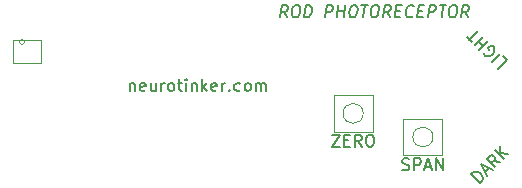
<source format=gbr>
G04 #@! TF.FileFunction,Legend,Top*
%FSLAX46Y46*%
G04 Gerber Fmt 4.6, Leading zero omitted, Abs format (unit mm)*
G04 Created by KiCad (PCBNEW 4.0.5-e0-6337~49~ubuntu14.04.1) date Fri May  5 09:40:51 2017*
%MOMM*%
%LPD*%
G01*
G04 APERTURE LIST*
%ADD10C,0.100000*%
%ADD11C,0.140000*%
G04 APERTURE END LIST*
D10*
D11*
X176688095Y-98685714D02*
X176688095Y-99352381D01*
X176688095Y-98780952D02*
X176735714Y-98733333D01*
X176830952Y-98685714D01*
X176973810Y-98685714D01*
X177069048Y-98733333D01*
X177116667Y-98828571D01*
X177116667Y-99352381D01*
X177973810Y-99304762D02*
X177878572Y-99352381D01*
X177688095Y-99352381D01*
X177592857Y-99304762D01*
X177545238Y-99209524D01*
X177545238Y-98828571D01*
X177592857Y-98733333D01*
X177688095Y-98685714D01*
X177878572Y-98685714D01*
X177973810Y-98733333D01*
X178021429Y-98828571D01*
X178021429Y-98923810D01*
X177545238Y-99019048D01*
X178878572Y-98685714D02*
X178878572Y-99352381D01*
X178450000Y-98685714D02*
X178450000Y-99209524D01*
X178497619Y-99304762D01*
X178592857Y-99352381D01*
X178735715Y-99352381D01*
X178830953Y-99304762D01*
X178878572Y-99257143D01*
X179354762Y-99352381D02*
X179354762Y-98685714D01*
X179354762Y-98876190D02*
X179402381Y-98780952D01*
X179450000Y-98733333D01*
X179545238Y-98685714D01*
X179640477Y-98685714D01*
X180116667Y-99352381D02*
X180021429Y-99304762D01*
X179973810Y-99257143D01*
X179926191Y-99161905D01*
X179926191Y-98876190D01*
X179973810Y-98780952D01*
X180021429Y-98733333D01*
X180116667Y-98685714D01*
X180259525Y-98685714D01*
X180354763Y-98733333D01*
X180402382Y-98780952D01*
X180450001Y-98876190D01*
X180450001Y-99161905D01*
X180402382Y-99257143D01*
X180354763Y-99304762D01*
X180259525Y-99352381D01*
X180116667Y-99352381D01*
X180735715Y-98685714D02*
X181116667Y-98685714D01*
X180878572Y-98352381D02*
X180878572Y-99209524D01*
X180926191Y-99304762D01*
X181021429Y-99352381D01*
X181116667Y-99352381D01*
X181450001Y-99352381D02*
X181450001Y-98685714D01*
X181450001Y-98352381D02*
X181402382Y-98400000D01*
X181450001Y-98447619D01*
X181497620Y-98400000D01*
X181450001Y-98352381D01*
X181450001Y-98447619D01*
X181926191Y-98685714D02*
X181926191Y-99352381D01*
X181926191Y-98780952D02*
X181973810Y-98733333D01*
X182069048Y-98685714D01*
X182211906Y-98685714D01*
X182307144Y-98733333D01*
X182354763Y-98828571D01*
X182354763Y-99352381D01*
X182830953Y-99352381D02*
X182830953Y-98352381D01*
X182926191Y-98971429D02*
X183211906Y-99352381D01*
X183211906Y-98685714D02*
X182830953Y-99066667D01*
X184021430Y-99304762D02*
X183926192Y-99352381D01*
X183735715Y-99352381D01*
X183640477Y-99304762D01*
X183592858Y-99209524D01*
X183592858Y-98828571D01*
X183640477Y-98733333D01*
X183735715Y-98685714D01*
X183926192Y-98685714D01*
X184021430Y-98733333D01*
X184069049Y-98828571D01*
X184069049Y-98923810D01*
X183592858Y-99019048D01*
X184497620Y-99352381D02*
X184497620Y-98685714D01*
X184497620Y-98876190D02*
X184545239Y-98780952D01*
X184592858Y-98733333D01*
X184688096Y-98685714D01*
X184783335Y-98685714D01*
X185116668Y-99257143D02*
X185164287Y-99304762D01*
X185116668Y-99352381D01*
X185069049Y-99304762D01*
X185116668Y-99257143D01*
X185116668Y-99352381D01*
X186021430Y-99304762D02*
X185926192Y-99352381D01*
X185735715Y-99352381D01*
X185640477Y-99304762D01*
X185592858Y-99257143D01*
X185545239Y-99161905D01*
X185545239Y-98876190D01*
X185592858Y-98780952D01*
X185640477Y-98733333D01*
X185735715Y-98685714D01*
X185926192Y-98685714D01*
X186021430Y-98733333D01*
X186592858Y-99352381D02*
X186497620Y-99304762D01*
X186450001Y-99257143D01*
X186402382Y-99161905D01*
X186402382Y-98876190D01*
X186450001Y-98780952D01*
X186497620Y-98733333D01*
X186592858Y-98685714D01*
X186735716Y-98685714D01*
X186830954Y-98733333D01*
X186878573Y-98780952D01*
X186926192Y-98876190D01*
X186926192Y-99161905D01*
X186878573Y-99257143D01*
X186830954Y-99304762D01*
X186735716Y-99352381D01*
X186592858Y-99352381D01*
X187354763Y-99352381D02*
X187354763Y-98685714D01*
X187354763Y-98780952D02*
X187402382Y-98733333D01*
X187497620Y-98685714D01*
X187640478Y-98685714D01*
X187735716Y-98733333D01*
X187783335Y-98828571D01*
X187783335Y-99352381D01*
X187783335Y-98828571D02*
X187830954Y-98733333D01*
X187926192Y-98685714D01*
X188069049Y-98685714D01*
X188164287Y-98733333D01*
X188211906Y-98828571D01*
X188211906Y-99352381D01*
X208262690Y-96422927D02*
X208599408Y-96759645D01*
X207892302Y-97466752D01*
X208026988Y-96187225D02*
X207319882Y-96894332D01*
X206646447Y-96153553D02*
X206680118Y-96254569D01*
X206781133Y-96355584D01*
X206915821Y-96422928D01*
X207050508Y-96422928D01*
X207151523Y-96389256D01*
X207319882Y-96288241D01*
X207420898Y-96187225D01*
X207521913Y-96018867D01*
X207555584Y-95917851D01*
X207555584Y-95783164D01*
X207488240Y-95648477D01*
X207420897Y-95581133D01*
X207286210Y-95513790D01*
X207218867Y-95513790D01*
X206983164Y-95749492D01*
X207117851Y-95884179D01*
X206983164Y-95143401D02*
X206276058Y-95850508D01*
X206612775Y-95513791D02*
X206208714Y-95109729D01*
X206579103Y-94739340D02*
X205871996Y-95446447D01*
X205636294Y-95210745D02*
X205232233Y-94806683D01*
X206141371Y-94301607D02*
X205434264Y-95008714D01*
X206324535Y-107115229D02*
X205617428Y-106408122D01*
X205785786Y-106239763D01*
X205920474Y-106172419D01*
X206055161Y-106172419D01*
X206156176Y-106206091D01*
X206324535Y-106307106D01*
X206425550Y-106408122D01*
X206526566Y-106576481D01*
X206560237Y-106677496D01*
X206560237Y-106812183D01*
X206492893Y-106946870D01*
X206324535Y-107115229D01*
X206795939Y-106239763D02*
X207132657Y-105903045D01*
X206930626Y-106509137D02*
X206459222Y-105566328D01*
X207402031Y-106037732D01*
X208041794Y-105397969D02*
X207469374Y-105296954D01*
X207637733Y-105802030D02*
X206930626Y-105094924D01*
X207200001Y-104825549D01*
X207301016Y-104791877D01*
X207368359Y-104791877D01*
X207469374Y-104825549D01*
X207570390Y-104926564D01*
X207604061Y-105027579D01*
X207604061Y-105094923D01*
X207570390Y-105195938D01*
X207301015Y-105465312D01*
X208344840Y-105094924D02*
X207637733Y-104387817D01*
X208748901Y-104690862D02*
X208041794Y-104589847D01*
X208041794Y-103983755D02*
X208041794Y-104791878D01*
X199761905Y-106004762D02*
X199904762Y-106052381D01*
X200142858Y-106052381D01*
X200238096Y-106004762D01*
X200285715Y-105957143D01*
X200333334Y-105861905D01*
X200333334Y-105766667D01*
X200285715Y-105671429D01*
X200238096Y-105623810D01*
X200142858Y-105576190D01*
X199952381Y-105528571D01*
X199857143Y-105480952D01*
X199809524Y-105433333D01*
X199761905Y-105338095D01*
X199761905Y-105242857D01*
X199809524Y-105147619D01*
X199857143Y-105100000D01*
X199952381Y-105052381D01*
X200190477Y-105052381D01*
X200333334Y-105100000D01*
X200761905Y-106052381D02*
X200761905Y-105052381D01*
X201142858Y-105052381D01*
X201238096Y-105100000D01*
X201285715Y-105147619D01*
X201333334Y-105242857D01*
X201333334Y-105385714D01*
X201285715Y-105480952D01*
X201238096Y-105528571D01*
X201142858Y-105576190D01*
X200761905Y-105576190D01*
X201714286Y-105766667D02*
X202190477Y-105766667D01*
X201619048Y-106052381D02*
X201952381Y-105052381D01*
X202285715Y-106052381D01*
X202619048Y-106052381D02*
X202619048Y-105052381D01*
X203190477Y-106052381D01*
X203190477Y-105052381D01*
X193790476Y-103052381D02*
X194457143Y-103052381D01*
X193790476Y-104052381D01*
X194457143Y-104052381D01*
X194838095Y-103528571D02*
X195171429Y-103528571D01*
X195314286Y-104052381D02*
X194838095Y-104052381D01*
X194838095Y-103052381D01*
X195314286Y-103052381D01*
X196314286Y-104052381D02*
X195980952Y-103576190D01*
X195742857Y-104052381D02*
X195742857Y-103052381D01*
X196123810Y-103052381D01*
X196219048Y-103100000D01*
X196266667Y-103147619D01*
X196314286Y-103242857D01*
X196314286Y-103385714D01*
X196266667Y-103480952D01*
X196219048Y-103528571D01*
X196123810Y-103576190D01*
X195742857Y-103576190D01*
X196933333Y-103052381D02*
X197123810Y-103052381D01*
X197219048Y-103100000D01*
X197314286Y-103195238D01*
X197361905Y-103385714D01*
X197361905Y-103719048D01*
X197314286Y-103909524D01*
X197219048Y-104004762D01*
X197123810Y-104052381D01*
X196933333Y-104052381D01*
X196838095Y-104004762D01*
X196742857Y-103909524D01*
X196695238Y-103719048D01*
X196695238Y-103385714D01*
X196742857Y-103195238D01*
X196838095Y-103100000D01*
X196933333Y-103052381D01*
X189986309Y-93102381D02*
X189712499Y-92626190D01*
X189414880Y-93102381D02*
X189539880Y-92102381D01*
X189920833Y-92102381D01*
X190010119Y-92150000D01*
X190051786Y-92197619D01*
X190087500Y-92292857D01*
X190069643Y-92435714D01*
X190010119Y-92530952D01*
X189956548Y-92578571D01*
X189855357Y-92626190D01*
X189474404Y-92626190D01*
X190730356Y-92102381D02*
X190920833Y-92102381D01*
X191010119Y-92150000D01*
X191093452Y-92245238D01*
X191117262Y-92435714D01*
X191075595Y-92769048D01*
X191004167Y-92959524D01*
X190897024Y-93054762D01*
X190795833Y-93102381D01*
X190605356Y-93102381D01*
X190516071Y-93054762D01*
X190432738Y-92959524D01*
X190408928Y-92769048D01*
X190450595Y-92435714D01*
X190522023Y-92245238D01*
X190629166Y-92150000D01*
X190730356Y-92102381D01*
X191462499Y-93102381D02*
X191587499Y-92102381D01*
X191825594Y-92102381D01*
X191962500Y-92150000D01*
X192045833Y-92245238D01*
X192081548Y-92340476D01*
X192105357Y-92530952D01*
X192087500Y-92673810D01*
X192016071Y-92864286D01*
X191956548Y-92959524D01*
X191849405Y-93054762D01*
X191700594Y-93102381D01*
X191462499Y-93102381D01*
X193224404Y-93102381D02*
X193349404Y-92102381D01*
X193730357Y-92102381D01*
X193819643Y-92150000D01*
X193861310Y-92197619D01*
X193897024Y-92292857D01*
X193879167Y-92435714D01*
X193819643Y-92530952D01*
X193766072Y-92578571D01*
X193664881Y-92626190D01*
X193283928Y-92626190D01*
X194224404Y-93102381D02*
X194349404Y-92102381D01*
X194289881Y-92578571D02*
X194861310Y-92578571D01*
X194795833Y-93102381D02*
X194920833Y-92102381D01*
X195587499Y-92102381D02*
X195777976Y-92102381D01*
X195867262Y-92150000D01*
X195950595Y-92245238D01*
X195974405Y-92435714D01*
X195932738Y-92769048D01*
X195861310Y-92959524D01*
X195754167Y-93054762D01*
X195652976Y-93102381D01*
X195462499Y-93102381D01*
X195373214Y-93054762D01*
X195289881Y-92959524D01*
X195266071Y-92769048D01*
X195307738Y-92435714D01*
X195379166Y-92245238D01*
X195486309Y-92150000D01*
X195587499Y-92102381D01*
X196301785Y-92102381D02*
X196873214Y-92102381D01*
X196462499Y-93102381D02*
X196587499Y-92102381D01*
X197397023Y-92102381D02*
X197587500Y-92102381D01*
X197676786Y-92150000D01*
X197760119Y-92245238D01*
X197783929Y-92435714D01*
X197742262Y-92769048D01*
X197670834Y-92959524D01*
X197563691Y-93054762D01*
X197462500Y-93102381D01*
X197272023Y-93102381D01*
X197182738Y-93054762D01*
X197099405Y-92959524D01*
X197075595Y-92769048D01*
X197117262Y-92435714D01*
X197188690Y-92245238D01*
X197295833Y-92150000D01*
X197397023Y-92102381D01*
X198700595Y-93102381D02*
X198426785Y-92626190D01*
X198129166Y-93102381D02*
X198254166Y-92102381D01*
X198635119Y-92102381D01*
X198724405Y-92150000D01*
X198766072Y-92197619D01*
X198801786Y-92292857D01*
X198783929Y-92435714D01*
X198724405Y-92530952D01*
X198670834Y-92578571D01*
X198569643Y-92626190D01*
X198188690Y-92626190D01*
X199194643Y-92578571D02*
X199527977Y-92578571D01*
X199605357Y-93102381D02*
X199129166Y-93102381D01*
X199254166Y-92102381D01*
X199730357Y-92102381D01*
X200617262Y-93007143D02*
X200563691Y-93054762D01*
X200414881Y-93102381D01*
X200319643Y-93102381D01*
X200182738Y-93054762D01*
X200099405Y-92959524D01*
X200063690Y-92864286D01*
X200039881Y-92673810D01*
X200057738Y-92530952D01*
X200129167Y-92340476D01*
X200188690Y-92245238D01*
X200295833Y-92150000D01*
X200444643Y-92102381D01*
X200539881Y-92102381D01*
X200676786Y-92150000D01*
X200718453Y-92197619D01*
X201099405Y-92578571D02*
X201432739Y-92578571D01*
X201510119Y-93102381D02*
X201033928Y-93102381D01*
X201158928Y-92102381D01*
X201635119Y-92102381D01*
X201938690Y-93102381D02*
X202063690Y-92102381D01*
X202444643Y-92102381D01*
X202533929Y-92150000D01*
X202575596Y-92197619D01*
X202611310Y-92292857D01*
X202593453Y-92435714D01*
X202533929Y-92530952D01*
X202480358Y-92578571D01*
X202379167Y-92626190D01*
X201998214Y-92626190D01*
X202920833Y-92102381D02*
X203492262Y-92102381D01*
X203081547Y-93102381D02*
X203206547Y-92102381D01*
X204016071Y-92102381D02*
X204206548Y-92102381D01*
X204295834Y-92150000D01*
X204379167Y-92245238D01*
X204402977Y-92435714D01*
X204361310Y-92769048D01*
X204289882Y-92959524D01*
X204182739Y-93054762D01*
X204081548Y-93102381D01*
X203891071Y-93102381D01*
X203801786Y-93054762D01*
X203718453Y-92959524D01*
X203694643Y-92769048D01*
X203736310Y-92435714D01*
X203807738Y-92245238D01*
X203914881Y-92150000D01*
X204016071Y-92102381D01*
X205319643Y-93102381D02*
X205045833Y-92626190D01*
X204748214Y-93102381D02*
X204873214Y-92102381D01*
X205254167Y-92102381D01*
X205343453Y-92150000D01*
X205385120Y-92197619D01*
X205420834Y-92292857D01*
X205402977Y-92435714D01*
X205343453Y-92530952D01*
X205289882Y-92578571D01*
X205188691Y-92626190D01*
X204807738Y-92626190D01*
D10*
X167750000Y-95200000D02*
G75*
G03X167750000Y-95200000I-200000J0D01*
G01*
X169200000Y-97000000D02*
X169200000Y-95000000D01*
X166800000Y-97000000D02*
X169200000Y-97000000D01*
X166800000Y-95000000D02*
X166800000Y-97000000D01*
X169200000Y-95000000D02*
X166800000Y-95000000D01*
X196450000Y-101250000D02*
G75*
G03X196450000Y-101250000I-850000J0D01*
G01*
X197250000Y-99700000D02*
X197250000Y-102800000D01*
X193950000Y-99700000D02*
X197250000Y-99700000D01*
X193950000Y-102800000D02*
X193950000Y-99700000D01*
X197250000Y-102800000D02*
X193950000Y-102800000D01*
X202350000Y-103250000D02*
G75*
G03X202350000Y-103250000I-850000J0D01*
G01*
X199850000Y-104800000D02*
X199850000Y-101700000D01*
X203150000Y-104800000D02*
X199850000Y-104800000D01*
X203150000Y-101700000D02*
X203150000Y-104800000D01*
X199850000Y-101700000D02*
X203150000Y-101700000D01*
M02*

</source>
